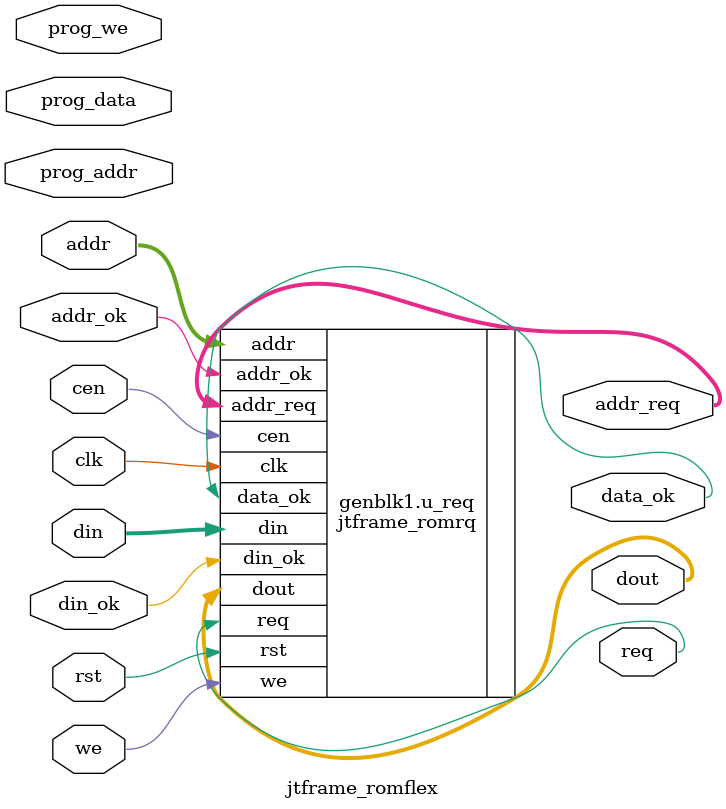
<source format=v>
/*  This file is part of JTFRAME.
    JTFRAME program is free software: you can redistribute it and/or modify
    it under the terms of the GNU General Public License as published by
    the Free Software Foundation, either version 3 of the License, or
    (at your option) any later version.

    JTFRAME program is distributed in the hope that it will be useful,
    but WITHOUT ANY WARRANTY; without even the implied warranty of
    MERCHANTABILITY or FITNESS FOR A PARTICULAR PURPOSE.  See the
    GNU General Public License for more details.

    You should have received a copy of the GNU General Public License
    along with JTFRAME.  If not, see <http://www.gnu.org/licenses/>.

    Author: Jose Tejada Gomez. Twitter: @topapate
    Version: 1.0
    Date: 4-9-2019 */

`timescale 1ns/1ps

module jtframe_romflex #(parameter AW=18, DW=8, INVERT_A0=0, USE_BRAM=0 )(
    input               rst,
    input               clk,
    input               cen,
    input [AW-1:0]      addr,
    input               addr_ok,    // signals that value in addr is valid
    input [31:0]        din,
    input               din_ok,
    input               we,
    input               prog_we,
    input      [AW-1:0] prog_addr,
    input      [DW-1:0] prog_data,
    output              req,
    output              data_ok,    // strobe that signals that data is ready
    output     [AW-1:0] addr_req,
    output     [DW-1:0] dout
);

generate
    
if( USE_BRAM==0 ) begin
    jtframe_romrq #(.AW(AW), .DW(DW), .INVERT_A0(INVERT_A0)) 
    u_req(
        .rst        ( rst       ),
        .clk        ( clk       ),
        .cen        ( cen       ),
        .addr       ( addr      ),
        .addr_ok    ( addr_ok   ),    // signals that value in addr is valid
        .din        ( din       ),
        .din_ok     ( din_ok    ),
        .we         ( we        ),
        .req        ( req       ),
        .data_ok    ( data_ok   ),    // strobe that signals that data is ready
        .addr_req   ( addr_req  ),
        .dout       ( dout      )
    );
end
else begin
    reg [AW-1:0] a;
    always @(*) begin
        a = prog_we ? prog_addr : { addr[AW-1:1], (INVERT_A0&&DW==8) ? ~addr[0]:addr[0]};
    end

    jtframe_multiram #(.AW(AW), .DW(DW), .UNITW(12))
    u_multi(
        .clk    (  clk        ),
        .addr   (  a          ),
        .din    (  prog_data  ),
        .we     (  prog_we    ), // do not use the we input here!
        .dout   (  dout       )
    );
    assign req = 1'b0;
    assign data_ok = 1'b1; // it is really not ok for 3 clock cycles, but that's quick
        // enough so we can ignore it
    assign addr_req = {AW{1'b0}};
end

endgenerate
endmodule
</source>
